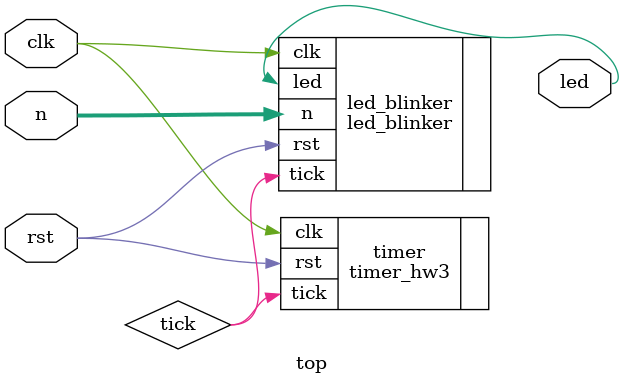
<source format=sv>
`timescale 1ns / 1ps


module top(
    input logic clk,
    input logic rst,
    input logic [15:0] n,
    output logic led
    );
    
    logic tick;
    
    timer_hw3 timer(
    .clk(clk),
    .rst(rst),
    .tick(tick)
    );
    
    led_blinker led_blinker(
    .clk(clk),
    .rst(rst),
    .tick(tick),
    .n(n),
    .led(led)
    );
       
    
endmodule

</source>
